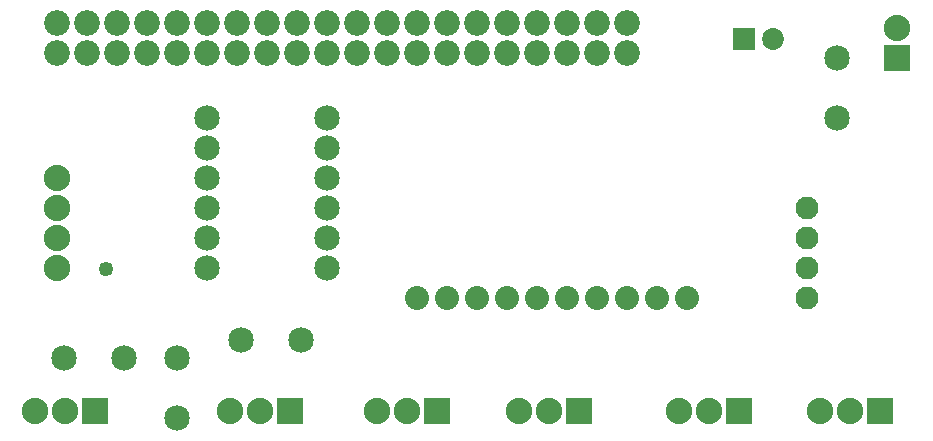
<source format=gbs>
G04 MADE WITH FRITZING*
G04 WWW.FRITZING.ORG*
G04 DOUBLE SIDED*
G04 HOLES PLATED*
G04 CONTOUR ON CENTER OF CONTOUR VECTOR*
%ASAXBY*%
%FSLAX23Y23*%
%MOIN*%
%OFA0B0*%
%SFA1.0B1.0*%
%ADD10C,0.088000*%
%ADD11C,0.072992*%
%ADD12C,0.076111*%
%ADD13C,0.084803*%
%ADD14C,0.080000*%
%ADD15C,0.085361*%
%ADD16C,0.085000*%
%ADD17C,0.049370*%
%ADD18R,0.088000X0.088000*%
%ADD19R,0.072992X0.072992*%
%LNMASK0*%
G90*
G70*
G54D10*
X418Y297D03*
X318Y297D03*
X218Y297D03*
X1067Y297D03*
X967Y297D03*
X867Y297D03*
X1558Y297D03*
X1458Y297D03*
X1358Y297D03*
X2030Y297D03*
X1930Y297D03*
X1830Y297D03*
X2562Y297D03*
X2462Y297D03*
X2362Y297D03*
X3034Y297D03*
X2934Y297D03*
X2834Y297D03*
G54D11*
X2580Y1537D03*
X2678Y1537D03*
G54D12*
X2791Y674D03*
X2791Y774D03*
X2791Y974D03*
X2791Y874D03*
G54D10*
X3091Y1474D03*
X3091Y1574D03*
G54D13*
X790Y1274D03*
X791Y774D03*
X791Y874D03*
X791Y974D03*
X791Y1074D03*
X791Y1174D03*
X1191Y1274D03*
X1191Y774D03*
X1191Y874D03*
X1191Y974D03*
X1191Y1074D03*
X1191Y1174D03*
G54D14*
X2391Y674D03*
X2291Y674D03*
X2191Y674D03*
X2091Y674D03*
X1991Y674D03*
X1891Y674D03*
X1791Y674D03*
X1691Y674D03*
X1591Y674D03*
X1491Y674D03*
G54D15*
X291Y1489D03*
X391Y1489D03*
X491Y1489D03*
X591Y1489D03*
X691Y1489D03*
X791Y1489D03*
X891Y1489D03*
X991Y1489D03*
X1091Y1489D03*
X1191Y1489D03*
X1291Y1489D03*
X1391Y1489D03*
X1491Y1489D03*
X1591Y1489D03*
X1691Y1489D03*
X1791Y1489D03*
X1891Y1489D03*
X1991Y1489D03*
X2091Y1489D03*
X2191Y1489D03*
X2191Y1589D03*
X2091Y1589D03*
X1991Y1589D03*
X1891Y1589D03*
X1791Y1589D03*
X1691Y1589D03*
X1591Y1589D03*
X1491Y1589D03*
X1391Y1589D03*
X1291Y1589D03*
X1191Y1589D03*
X1091Y1589D03*
X991Y1589D03*
X891Y1589D03*
X791Y1589D03*
X691Y1589D03*
X591Y1589D03*
X491Y1589D03*
X391Y1589D03*
X291Y1589D03*
G54D10*
X291Y1074D03*
X291Y974D03*
X291Y874D03*
X291Y774D03*
G54D16*
X690Y274D03*
X690Y474D03*
X903Y533D03*
X1103Y533D03*
X2891Y1274D03*
X2891Y1474D03*
X313Y474D03*
X513Y474D03*
G54D17*
X454Y770D03*
G54D18*
X418Y297D03*
X1067Y297D03*
X1558Y297D03*
X2030Y297D03*
X2562Y297D03*
X3034Y297D03*
G54D19*
X2580Y1537D03*
G54D18*
X3091Y1474D03*
G04 End of Mask0*
M02*
</source>
